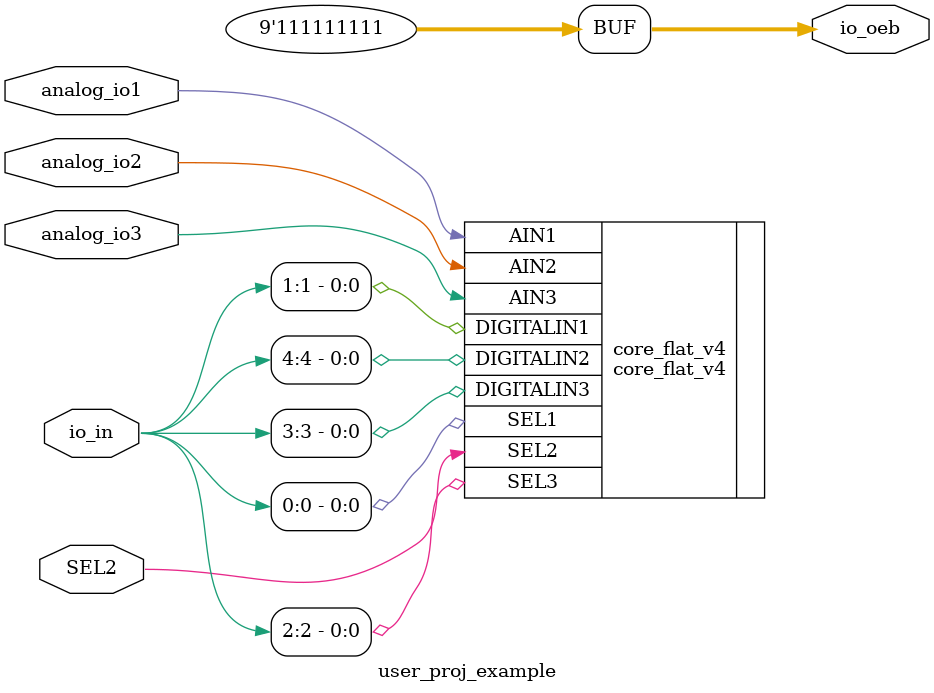
<source format=v>
`default_nettype none
module user_proj_example (
`ifdef USE_POWER_PINS
    inout vdda1,
    inout vssa1,
    inout vccd1,	// User area 1 1.8V supply  
    inout vssd1,	// User area 1 digital ground  
`endif  
    output wire [8:0] io_oeb,
    input  [4:0] io_in,
    input  SEL2,
    inout   analog_io1,
    inout   analog_io2,
    inout analog_io3
    
    
);

assign io_oeb=9'b111111111;
core_flat_v4 core_flat_v4(
`ifdef USE_POWER_PINS
    .vdda1(vdda1),
    .vssa1(vssa1),
    .vccd1(vccd1),	// User area 1 1.8V power
    .vssd1(vssd1),	// User area 1 digital ground
`endif
    .SEL1(io_in[0]),
    .DIGITALIN1(io_in[1]),
    .SEL3(io_in[2]),
    .DIGITALIN3(io_in[3]),
    .SEL2(SEL2),
    .DIGITALIN2(io_in[4]),
    .AIN1(analog_io1),
    .AIN2(analog_io2),
    .AIN3(analog_io3)
    );  
endmodule
`default_nettype wire
</source>
